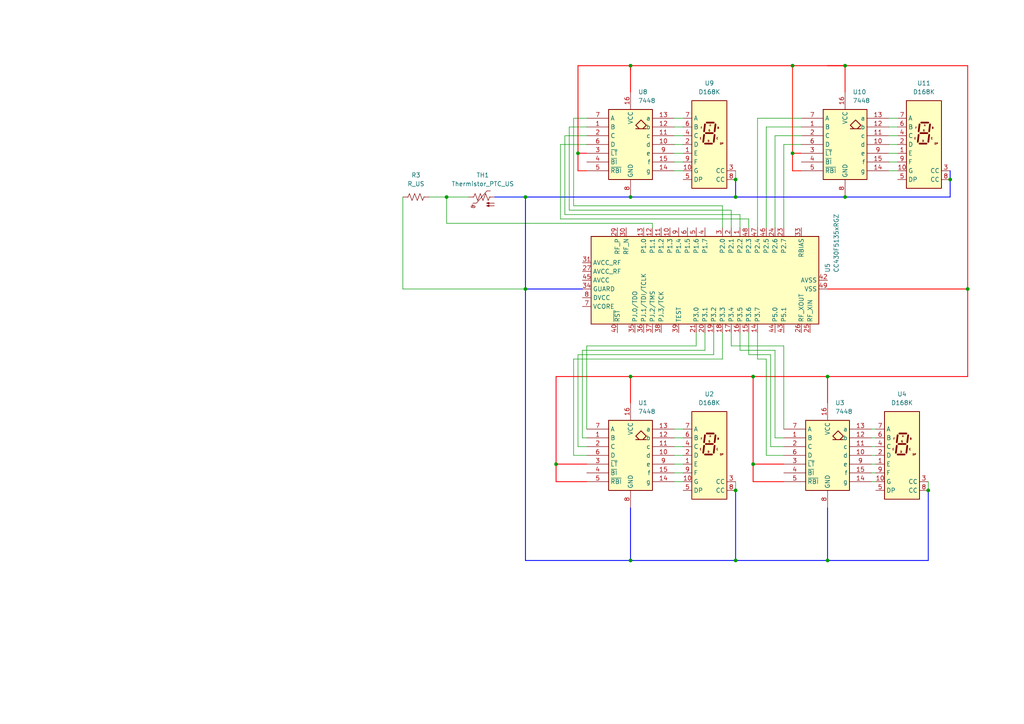
<source format=kicad_sch>
(kicad_sch (version 20231120) (generator "eeschema") (generator_version "8.0")
  (paper "A4")
  (lib_symbols
    (symbol "74xx_IEEE:7448"
      (property "Reference" "U" (at 6.35 11.43 0))
      (property "Value" "7448" (at 8.89 -11.43 0))
      (symbol "7448_0_0"
        (rectangle (start -6.35 10.16) (end 6.35 -10.16) (stroke (width 0.254)) (fill (type background)))
        (polyline (pts (xy 3.556 4.572) (xy 4.572 5.588) (xy 3.048 7.112) (xy 1.524 5.588) (xy 2.54 4.572) (xy 1.524 4.572) (xy 4.572 4.572) (xy 4.572 4.572)) (stroke (width 0.254)) (fill (type background)))
        (pin power_in line (at 0 15.24 270) (length 5.08) (name "VCC") (number "16"))
        (pin power_in line (at 0 -15.24 90) (length 5.08) (name "GND") (number "8"))
      )
      (symbol "7448_1_1"
        (pin input line (at -12.7 5.08 0) (length 6.35) (name "B") (number "1"))
        (pin open_collector line (at 12.7 0 180) (length 6.35) (name "d") (number "10"))
        (pin open_collector line (at 12.7 2.54 180) (length 6.35) (name "c") (number "11"))
        (pin open_collector line (at 12.7 5.08 180) (length 6.35) (name "b") (number "12"))
        (pin open_collector line (at 12.7 7.62 180) (length 6.35) (name "a") (number "13"))
        (pin open_collector line (at 12.7 -7.62 180) (length 6.35) (name "g") (number "14"))
        (pin open_collector line (at 12.7 -5.08 180) (length 6.35) (name "f") (number "15"))
        (pin input line (at -12.7 2.54 0) (length 6.35) (name "C") (number "2"))
        (pin input line (at -12.7 -2.54 0) (length 6.35) (name "~{LT}") (number "3"))
        (pin input line (at -12.7 -5.08 0) (length 6.35) (name "~{BI}") (number "4"))
        (pin input line (at -12.7 -7.62 0) (length 6.35) (name "~{RBI}") (number "5"))
        (pin input line (at -12.7 0 0) (length 6.35) (name "D") (number "6"))
        (pin input line (at -12.7 7.62 0) (length 6.35) (name "A") (number "7"))
        (pin open_collector line (at 12.7 -2.54 180) (length 6.35) (name "e") (number "9"))
      )
    )
    (symbol "Device:R_US" (pin_numbers hide) (pin_names (offset 0))
      (property "Reference" "R" (at 2.54 0 90))
      (property "Value" "R_US" (at -2.54 0 90))
      (symbol "R_US_0_1"
        (polyline (pts (xy 0 -2.286) (xy 0 -2.54)))
        (polyline (pts (xy 0 2.286) (xy 0 2.54)))
        (polyline (pts (xy 0 -0.762) (xy 1.016 -1.143) (xy 0 -1.524) (xy -1.016 -1.905) (xy 0 -2.286)))
        (polyline (pts (xy 0 0.762) (xy 1.016 0.381) (xy 0 0) (xy -1.016 -0.381) (xy 0 -0.762)))
        (polyline (pts (xy 0 2.286) (xy 1.016 1.905) (xy 0 1.524) (xy -1.016 1.143) (xy 0 0.762)))
      )
      (symbol "R_US_1_1"
        (pin passive line (at 0 3.81 270) (length 1.27) (name "~") (number "1"))
        (pin passive line (at 0 -3.81 90) (length 1.27) (name "~") (number "2"))
      )
    )
    (symbol "Device:Thermistor_PTC_US" (pin_numbers hide) (pin_names (offset 0))
      (property "Reference" "TH" (at -4.064 0 90))
      (property "Value" "Thermistor_PTC_US" (at 3.048 0 90))
      (symbol "Thermistor_PTC_US_0_1"
        (arc (start -3.048 2.159) (mid -3.0495 2.3143) (end -3.175 2.413))
        (arc (start -3.048 2.159) (mid -2.9736 1.9794) (end -2.794 1.905))
        (arc (start -3.048 2.794) (mid -2.9736 2.6144) (end -2.794 2.54))
        (arc (start -2.794 1.905) (mid -2.6144 1.9794) (end -2.54 2.159))
        (arc (start -2.794 2.54) (mid -2.4393 2.5587) (end -2.159 2.794))
        (arc (start -2.794 3.048) (mid -2.9736 2.9736) (end -3.048 2.794))
        (arc (start -2.54 2.794) (mid -2.6144 2.9736) (end -2.794 3.048))
        (polyline (pts (xy -2.54 2.159) (xy -2.54 2.794)))
        (polyline (pts (xy 0 -2.286) (xy 0 -2.54)))
        (polyline (pts (xy 0 2.286) (xy 0 2.54)))
        (polyline (pts (xy -1.778 2.54) (xy -1.778 1.524) (xy 1.778 -1.524) (xy 1.778 -2.54)))
        (polyline (pts (xy 0 -0.762) (xy 1.016 -1.143) (xy 0 -1.524) (xy -1.016 -1.905) (xy 0 -2.286)))
        (polyline (pts (xy 0 0.762) (xy 1.016 0.381) (xy 0 0) (xy -1.016 -0.381) (xy 0 -0.762)))
        (polyline (pts (xy 0 2.286) (xy 1.016 1.905) (xy 0 1.524) (xy -1.016 1.143) (xy 0 0.762)))
        (polyline (pts (xy -2.54 -3.683) (xy -2.54 -1.397) (xy -2.794 -2.159) (xy -2.286 -2.159) (xy -2.54 -1.397) (xy -2.54 -1.651)) (fill (type outline)))
        (polyline (pts (xy -1.778 -3.683) (xy -1.778 -1.397) (xy -2.032 -2.159) (xy -1.524 -2.159) (xy -1.778 -1.397) (xy -1.778 -1.651)) (fill (type outline)))
      )
      (symbol "Thermistor_PTC_US_1_1"
        (pin passive line (at 0 3.81 270) (length 1.27) (name "~") (number "1"))
        (pin passive line (at 0 -3.81 90) (length 1.27) (name "~") (number "2"))
      )
    )
    (symbol "Display_Character:D168K"
      (property "Reference" "U" (at -2.54 13.97 0))
      (property "Value" "D168K" (at 1.27 13.97 0))
      (symbol "D168K_0_0"
        (text "A" (at 0.254 5.588 0) (effects (font (size 0.508 0.508))))
        (text "B" (at 2.54 4.826 0) (effects (font (size 0.508 0.508))))
        (text "C" (at 2.286 1.778 0) (effects (font (size 0.508 0.508))))
        (text "D" (at -0.254 1.016 0) (effects (font (size 0.508 0.508))))
        (text "DP" (at 3.556 0.254 0) (effects (font (size 0.508 0.508))))
        (text "E" (at -2.54 1.778 0) (effects (font (size 0.508 0.508))))
        (text "F" (at -2.286 4.826 0) (effects (font (size 0.508 0.508))))
        (text "G" (at 0 4.064 0) (effects (font (size 0.508 0.508))))
      )
      (symbol "D168K_0_1"
        (rectangle (start -5.08 12.7) (end 5.08 -12.7) (stroke (width 0.254)) (fill (type background)))
        (polyline (pts (xy -1.524 2.794) (xy -1.778 0.762)) (stroke (width 0.508)))
        (polyline (pts (xy -1.27 0.254) (xy 0.762 0.254)) (stroke (width 0.508)))
        (polyline (pts (xy -1.27 5.842) (xy -1.524 3.81)) (stroke (width 0.508)))
        (polyline (pts (xy -1.016 3.302) (xy 1.016 3.302)) (stroke (width 0.508)))
        (polyline (pts (xy -0.762 6.35) (xy 1.27 6.35)) (stroke (width 0.508)))
        (polyline (pts (xy 1.524 2.794) (xy 1.27 0.762)) (stroke (width 0.508)))
        (polyline (pts (xy 1.778 5.842) (xy 1.524 3.81)) (stroke (width 0.508)))
        (polyline (pts (xy 2.54 0.254) (xy 2.54 0.254)) (stroke (width 0.508)))
      )
      (symbol "D168K_1_1"
        (pin input line (at -7.62 -2.54 0) (length 2.54) (name "E") (number "1"))
        (pin input line (at -7.62 -7.62 0) (length 2.54) (name "G") (number "10"))
        (pin input line (at -7.62 0 0) (length 2.54) (name "D") (number "2"))
        (pin input line (at 7.62 -7.62 180) (length 2.54) (name "CC") (number "3"))
        (pin input line (at -7.62 2.54 0) (length 2.54) (name "C") (number "4"))
        (pin input line (at -7.62 -10.16 0) (length 2.54) (name "DP") (number "5"))
        (pin input line (at -7.62 5.08 0) (length 2.54) (name "B") (number "6"))
        (pin input line (at -7.62 7.62 0) (length 2.54) (name "A") (number "7"))
        (pin input line (at 7.62 -10.16 180) (length 2.54) (name "CC") (number "8"))
        (pin input line (at -7.62 -5.08 0) (length 2.54) (name "F") (number "9"))
      )
    )
    (symbol "MCU_Texas_MSP430:CC430F5135xRGZ"
      (property "Reference" "U" (at -11.43 34.29 0))
      (property "Value" "CC430F5135xRGZ" (at 13.97 34.29 0))
      (symbol "CC430F5135xRGZ_0_1"
        (rectangle (start -12.7 33.02) (end 12.7 -33.02) (stroke (width 0.254)) (fill (type background)))
      )
      (symbol "CC430F5135xRGZ_1_1"
        (pin bidirectional line (at 15.24 -10.16 180) (length 2.54) (name "P2.2") (number "1"))
        (pin bidirectional line (at 15.24 10.16 180) (length 2.54) (name "P1.3") (number "10"))
        (pin bidirectional line (at 15.24 12.7 180) (length 2.54) (name "P1.2") (number "11"))
        (pin bidirectional line (at 15.24 15.24 180) (length 2.54) (name "P1.1") (number "12"))
        (pin bidirectional line (at 15.24 17.78 180) (length 2.54) (name "P1.0") (number "13"))
        (pin bidirectional line (at -15.24 -15.24 0) (length 2.54) (name "P3.7") (number "14"))
        (pin bidirectional line (at -15.24 -12.7 0) (length 2.54) (name "P3.6") (number "15"))
        (pin bidirectional line (at -15.24 -10.16 0) (length 2.54) (name "P3.5") (number "16"))
        (pin bidirectional line (at -15.24 -7.62 0) (length 2.54) (name "P3.4") (number "17"))
        (pin bidirectional line (at -15.24 -5.08 0) (length 2.54) (name "P3.3") (number "18"))
        (pin bidirectional line (at -15.24 -2.54 0) (length 2.54) (name "P3.2") (number "19"))
        (pin bidirectional line (at 15.24 -7.62 180) (length 2.54) (name "P2.1") (number "2"))
        (pin bidirectional line (at -15.24 0 0) (length 2.54) (name "P3.1") (number "20"))
        (pin bidirectional line (at -15.24 2.54 0) (length 2.54) (name "P3.0") (number "21"))
        (pin passive line (at -5.08 35.56 270) (length 2.54) hide (name "DVCC") (number "22"))
        (pin bidirectional line (at 15.24 -22.86 180) (length 2.54) (name "P2.7") (number "23"))
        (pin bidirectional line (at 15.24 -20.32 180) (length 2.54) (name "P2.6") (number "24"))
        (pin input line (at -15.24 -30.48 0) (length 2.54) (name "RF_XIN") (number "25"))
        (pin output line (at -15.24 -27.94 0) (length 2.54) (name "RF_XOUT") (number "26"))
        (pin power_in line (at 2.54 35.56 270) (length 2.54) (name "AVCC_RF") (number "27"))
        (pin passive line (at 2.54 35.56 270) (length 2.54) hide (name "AVCC_RF") (number "28"))
        (pin passive line (at 15.24 25.4 180) (length 2.54) (name "RF_P") (number "29"))
        (pin bidirectional line (at 15.24 -5.08 180) (length 2.54) (name "P2.0") (number "3"))
        (pin passive line (at 15.24 22.86 180) (length 2.54) (name "RF_N") (number "30"))
        (pin power_in line (at 5.08 35.56 270) (length 2.54) (name "AVCC_RF") (number "31"))
        (pin passive line (at 5.08 35.56 270) (length 2.54) hide (name "AVCC_RF") (number "32"))
        (pin passive line (at 15.24 -27.94 180) (length 2.54) (name "RBIAS") (number "33"))
        (pin power_in line (at -2.54 35.56 270) (length 2.54) (name "GUARD") (number "34"))
        (pin bidirectional line (at -15.24 20.32 0) (length 2.54) (name "PJ.0/TDO") (number "35"))
        (pin bidirectional line (at -15.24 17.78 0) (length 2.54) (name "PJ.1/TDI/TCLK") (number "36"))
        (pin bidirectional line (at -15.24 15.24 0) (length 2.54) (name "PJ.2/TMS") (number "37"))
        (pin bidirectional line (at -15.24 12.7 0) (length 2.54) (name "PJ.3/TCK") (number "38"))
        (pin bidirectional line (at -15.24 7.62 0) (length 2.54) (name "TEST") (number "39"))
        (pin bidirectional line (at 15.24 0 180) (length 2.54) (name "P1.7") (number "4"))
        (pin input line (at -15.24 25.4 0) (length 2.54) (name "~{RST}") (number "40"))
        (pin passive line (at -5.08 35.56 270) (length 2.54) hide (name "DVCC") (number "41"))
        (pin power_in line (at 0 -35.56 90) (length 2.54) (name "AVSS") (number "42"))
        (pin bidirectional line (at -15.24 -22.86 0) (length 2.54) (name "P5.1") (number "43"))
        (pin bidirectional line (at -15.24 -20.32 0) (length 2.54) (name "P5.0") (number "44"))
        (pin power_in line (at 0 35.56 270) (length 2.54) (name "AVCC") (number "45"))
        (pin bidirectional line (at 15.24 -17.78 180) (length 2.54) (name "P2.5") (number "46"))
        (pin bidirectional line (at 15.24 -15.24 180) (length 2.54) (name "P2.4") (number "47"))
        (pin bidirectional line (at 15.24 -12.7 180) (length 2.54) (name "P2.3") (number "48"))
        (pin power_in line (at -2.54 -35.56 90) (length 2.54) (name "VSS") (number "49"))
        (pin bidirectional line (at 15.24 2.54 180) (length 2.54) (name "P1.6") (number "5"))
        (pin bidirectional line (at 15.24 5.08 180) (length 2.54) (name "P1.5") (number "6"))
        (pin power_in line (at -7.62 35.56 270) (length 2.54) (name "VCORE") (number "7"))
        (pin power_in line (at -5.08 35.56 270) (length 2.54) (name "DVCC") (number "8"))
        (pin bidirectional line (at 15.24 7.62 180) (length 2.54) (name "P1.4") (number "9"))
      )
    )
  )
  (junction (at 213.36 57.15))
  (junction (at 229.87 19.05))
  (junction (at 280.67 83.82))
  (junction (at 240.03 109.22))
  (junction (at 167.64 44.45))
  (junction (at 213.36 162.56))
  (junction (at 161.29 134.62))
  (junction (at 129.54 57.15))
  (junction (at 245.11 57.15))
  (junction (at 182.88 19.05))
  (junction (at 182.88 109.22))
  (junction (at 152.4 83.82))
  (junction (at 182.88 162.56))
  (junction (at 218.44 134.62))
  (junction (at 240.03 162.56))
  (junction (at 152.4 57.15))
  (junction (at 229.87 44.45))
  (junction (at 213.36 142.24))
  (junction (at 269.24 142.24))
  (junction (at 182.88 57.15))
  (junction (at 213.36 52.07))
  (junction (at 218.44 109.22))
  (junction (at 275.59 52.07))
  (junction (at 245.11 19.05))
  (wire (pts (xy 224.79 101.6) (xy 224.79 127)))
  (wire (pts (xy 195.58 124.46) (xy 198.12 124.46)))
  (wire (pts (xy 166.37 132.08) (xy 170.18 132.08)))
  (wire (pts (xy 257.81 41.91) (xy 260.35 41.91)))
  (wire (pts (xy 213.36 49.53) (xy 213.36 52.07)))
  (wire (pts (xy 227.33 139.7) (xy 218.44 139.7)) (stroke (width 0.254) (color 255 2 0 1)))
  (wire (pts (xy 170.18 49.53) (xy 167.64 49.53)) (stroke (width 0.254) (color 255 22 0 1)))
  (wire (pts (xy 195.58 129.54) (xy 198.12 129.54)))
  (wire (pts (xy 252.73 132.08) (xy 254 132.08)))
  (wire (pts (xy 257.81 36.83) (xy 260.35 36.83)))
  (wire (pts (xy 209.55 96.52) (xy 209.55 104.14)))
  (wire (pts (xy 212.09 100.33) (xy 227.33 100.33)))
  (wire (pts (xy 219.71 104.14) (xy 222.25 104.14)))
  (wire (pts (xy 167.64 44.45) (xy 167.64 19.05)) (stroke (width 0.254) (color 255 0 0 1)))
  (wire (pts (xy 257.81 44.45) (xy 260.35 44.45)))
  (wire (pts (xy 257.81 34.29) (xy 260.35 34.29)))
  (wire (pts (xy 252.73 139.7) (xy 254 139.7)))
  (wire (pts (xy 240.03 147.32) (xy 240.03 162.56)) (stroke (width 0.254) (color 3 9 255 1)))
  (wire (pts (xy 214.63 101.6) (xy 224.79 101.6)))
  (wire (pts (xy 252.73 134.62) (xy 254 134.62)))
  (wire (pts (xy 167.64 19.05) (xy 182.88 19.05)) (stroke (width 0.254) (color 255 0 2 1)))
  (wire (pts (xy 213.36 57.15) (xy 245.11 57.15)) (stroke (width 0.254) (color 7 0 255 1)))
  (wire (pts (xy 245.11 19.05) (xy 240.03 19.05)) (stroke (width 0.254) (color 255 7 0 1)))
  (wire (pts (xy 195.58 44.45) (xy 198.12 44.45)))
  (wire (pts (xy 152.4 162.56) (xy 152.4 83.82)) (stroke (width 0.254) (color 2 6 255 1)))
  (wire (pts (xy 195.58 134.62) (xy 198.12 134.62)))
  (wire (pts (xy 152.4 162.56) (xy 182.88 162.56)) (stroke (width 0.254) (color 2 6 255 1)))
  (wire (pts (xy 257.81 49.53) (xy 260.35 49.53)))
  (wire (pts (xy 162.56 63.5) (xy 217.17 63.5)))
  (wire (pts (xy 166.37 34.29) (xy 166.37 59.69)))
  (wire (pts (xy 227.33 41.91) (xy 227.33 66.04)))
  (wire (pts (xy 170.18 100.33) (xy 170.18 124.46)))
  (wire (pts (xy 195.58 46.99) (xy 198.12 46.99)))
  (wire (pts (xy 170.18 41.91) (xy 162.56 41.91)))
  (wire (pts (xy 161.29 109.22) (xy 182.88 109.22)) (stroke (width 0.254) (color 255 2 0 1)))
  (wire (pts (xy 280.67 19.05) (xy 280.67 83.82)) (stroke (width 0.254) (color 255 6 0 1)))
  (wire (pts (xy 204.47 96.52) (xy 204.47 101.6)))
  (wire (pts (xy 162.56 41.91) (xy 162.56 63.5)))
  (wire (pts (xy 217.17 63.5) (xy 217.17 66.04)))
  (wire (pts (xy 232.41 41.91) (xy 227.33 41.91)))
  (wire (pts (xy 223.52 129.54) (xy 227.33 129.54)))
  (wire (pts (xy 168.91 127) (xy 170.18 127)))
  (wire (pts (xy 182.88 109.22) (xy 218.44 109.22)) (stroke (width 0.254) (color 255 0 6 1)))
  (wire (pts (xy 209.55 59.69) (xy 209.55 66.04)))
  (wire (pts (xy 214.63 62.23) (xy 214.63 66.04)))
  (wire (pts (xy 129.54 57.15) (xy 129.54 64.77)))
  (wire (pts (xy 182.88 162.56) (xy 213.36 162.56)) (stroke (width 0.254) (color 6 7 255 1)))
  (wire (pts (xy 152.4 57.15) (xy 182.88 57.15)) (stroke (width 0.254) (color 0 11 255 1)))
  (wire (pts (xy 245.11 19.05) (xy 245.11 26.67)) (stroke (width 0.254) (color 255 7 0 1)))
  (wire (pts (xy 195.58 34.29) (xy 198.12 34.29)))
  (wire (pts (xy 212.09 96.52) (xy 212.09 100.33)))
  (wire (pts (xy 275.59 49.53) (xy 275.59 52.07)) (stroke (width 0.254) (color 0 8 255 1)))
  (wire (pts (xy 161.29 109.22) (xy 161.29 134.62)) (stroke (width 0.254) (color 255 0 15 1)))
  (wire (pts (xy 245.11 57.15) (xy 275.59 57.15)) (stroke (width 0.254) (color 0 14 255 1)))
  (wire (pts (xy 275.59 52.07) (xy 275.59 57.15)) (stroke (width 0.254) (color 3 5 255 1)))
  (wire (pts (xy 232.41 34.29) (xy 219.71 34.29)))
  (wire (pts (xy 229.87 49.53) (xy 229.87 44.45)) (stroke (width 0.254) (color 255 17 0 1)))
  (wire (pts (xy 166.37 59.69) (xy 209.55 59.69)))
  (wire (pts (xy 218.44 109.22) (xy 240.03 109.22)) (stroke (width 0.254) (color 255 4 0 1)))
  (wire (pts (xy 229.87 19.05) (xy 245.11 19.05)) (stroke (width 0.254) (color 255 0 0 1)))
  (wire (pts (xy 213.36 52.07) (xy 213.36 57.15)) (stroke (width 0.254) (color 0 11 255 1)))
  (wire (pts (xy 189.23 64.77) (xy 129.54 64.77)))
  (wire (pts (xy 182.88 57.15) (xy 213.36 57.15)) (stroke (width 0.254) (color 0 25 255 1)))
  (wire (pts (xy 269.24 139.7) (xy 269.24 142.24)))
  (wire (pts (xy 195.58 127) (xy 198.12 127)))
  (wire (pts (xy 170.18 36.83) (xy 165.1 36.83)))
  (wire (pts (xy 245.11 19.05) (xy 280.67 19.05)) (stroke (width 0.254) (color 255 0 0 1)))
  (wire (pts (xy 232.41 49.53) (xy 229.87 49.53)) (stroke (width 0.254) (color 255 17 0 1)))
  (wire (pts (xy 213.36 162.56) (xy 240.03 162.56)) (stroke (width 0.254) (color 3 12 255 1)))
  (wire (pts (xy 201.93 96.52) (xy 201.93 100.33)))
  (wire (pts (xy 224.79 39.37) (xy 224.79 66.04)))
  (wire (pts (xy 217.17 102.87) (xy 223.52 102.87)))
  (wire (pts (xy 195.58 49.53) (xy 198.12 49.53)))
  (wire (pts (xy 182.88 116.84) (xy 182.88 109.22)) (stroke (width 0.254) (color 255 0 0 1)))
  (wire (pts (xy 195.58 36.83) (xy 198.12 36.83)))
  (wire (pts (xy 195.58 137.16) (xy 198.12 137.16)))
  (wire (pts (xy 219.71 34.29) (xy 219.71 66.04)))
  (wire (pts (xy 167.64 49.53) (xy 167.64 44.45)) (stroke (width 0.254) (color 255 0 21 1)))
  (wire (pts (xy 219.71 96.52) (xy 219.71 104.14)))
  (wire (pts (xy 240.03 83.82) (xy 280.67 83.82)) (stroke (width 0.254) (color 255 6 0 1)))
  (wire (pts (xy 182.88 19.05) (xy 229.87 19.05)) (stroke (width 0.254) (color 255 0 0 1)))
  (wire (pts (xy 168.91 101.6) (xy 168.91 127)))
  (wire (pts (xy 240.03 162.56) (xy 269.24 162.56)) (stroke (width 0.254) (color 6 0 255 1)))
  (wire (pts (xy 124.46 57.15) (xy 129.54 57.15)))
  (wire (pts (xy 232.41 39.37) (xy 224.79 39.37)))
  (wire (pts (xy 257.81 39.37) (xy 260.35 39.37)))
  (wire (pts (xy 116.84 83.82) (xy 152.4 83.82)))
  (wire (pts (xy 195.58 132.08) (xy 198.12 132.08)))
  (wire (pts (xy 269.24 142.24) (xy 269.24 162.56)) (stroke (width 0.254) (color 0 15 255 1)))
  (wire (pts (xy 227.33 100.33) (xy 227.33 124.46)))
  (wire (pts (xy 252.73 127) (xy 254 127)))
  (wire (pts (xy 204.47 101.6) (xy 168.91 101.6)))
  (wire (pts (xy 195.58 139.7) (xy 198.12 139.7)))
  (wire (pts (xy 195.58 41.91) (xy 198.12 41.91)))
  (wire (pts (xy 195.58 39.37) (xy 198.12 39.37)))
  (wire (pts (xy 214.63 96.52) (xy 214.63 101.6)))
  (wire (pts (xy 232.41 36.83) (xy 222.25 36.83)))
  (wire (pts (xy 167.64 102.87) (xy 167.64 129.54)))
  (wire (pts (xy 167.64 129.54) (xy 170.18 129.54)))
  (wire (pts (xy 218.44 139.7) (xy 218.44 134.62)) (stroke (width 0.254) (color 255 0 2 1)))
  (wire (pts (xy 227.33 134.62) (xy 218.44 134.62)) (stroke (width 0.254) (color 255 0 2 1)))
  (wire (pts (xy 182.88 19.05) (xy 182.88 20.32)) (stroke (width 0.254) (color 255 0 0 1)))
  (wire (pts (xy 201.93 100.33) (xy 170.18 100.33)))
  (wire (pts (xy 116.84 57.15) (xy 116.84 83.82)))
  (wire (pts (xy 170.18 39.37) (xy 163.83 39.37)))
  (wire (pts (xy 223.52 102.87) (xy 223.52 129.54)))
  (wire (pts (xy 240.03 109.22) (xy 240.03 116.84)) (stroke (width 0.254) (color 255 0 0 1)))
  (wire (pts (xy 152.4 83.82) (xy 168.91 83.82)) (stroke (width 0.254) (color 0 7 255 1)))
  (wire (pts (xy 165.1 60.96) (xy 212.09 60.96)))
  (wire (pts (xy 280.67 83.82) (xy 280.67 109.22)) (stroke (width 0.254) (color 255 0 6 1)))
  (wire (pts (xy 224.79 127) (xy 227.33 127)))
  (wire (pts (xy 163.83 39.37) (xy 163.83 62.23)))
  (wire (pts (xy 222.25 132.08) (xy 227.33 132.08)))
  (wire (pts (xy 217.17 96.52) (xy 217.17 102.87)))
  (wire (pts (xy 218.44 134.62) (xy 218.44 109.22)) (stroke (width 0.254) (color 255 0 9 1)))
  (wire (pts (xy 222.25 36.83) (xy 222.25 66.04)))
  (wire (pts (xy 163.83 62.23) (xy 214.63 62.23)))
  (wire (pts (xy 161.29 134.62) (xy 170.18 134.62)) (stroke (width 0.254) (color 255 0 9 1)))
  (wire (pts (xy 189.23 66.04) (xy 189.23 64.77)))
  (wire (pts (xy 207.01 96.52) (xy 207.01 102.87)))
  (wire (pts (xy 182.88 147.32) (xy 182.88 162.56)) (stroke (width 0.254) (color 0 0 255 1)))
  (wire (pts (xy 161.29 139.7) (xy 161.29 134.62)) (stroke (width 0.254) (color 255 0 9 1)))
  (wire (pts (xy 182.88 19.05) (xy 182.88 26.67)) (stroke (width 0.254) (color 255 2 0 1)))
  (wire (pts (xy 280.67 109.22) (xy 240.03 109.22)) (stroke (width 0.254) (color 255 0 6 1)))
  (wire (pts (xy 165.1 36.83) (xy 165.1 60.96)))
  (wire (pts (xy 213.36 139.7) (xy 213.36 142.24)))
  (wire (pts (xy 129.54 57.15) (xy 135.89 57.15)))
  (wire (pts (xy 257.81 46.99) (xy 260.35 46.99)))
  (wire (pts (xy 232.41 44.45) (xy 229.87 44.45)) (stroke (width 0.254) (color 255 11 0 1)))
  (wire (pts (xy 222.25 104.14) (xy 222.25 132.08)))
  (wire (pts (xy 170.18 139.7) (xy 161.29 139.7)) (stroke (width 0.254) (color 255 0 2 1)))
  (wire (pts (xy 252.73 129.54) (xy 254 129.54)))
  (wire (pts (xy 170.18 44.45) (xy 167.64 44.45)) (stroke (width 0.254) (color 255 0 34 1)))
  (wire (pts (xy 209.55 104.14) (xy 166.37 104.14)))
  (wire (pts (xy 252.73 124.46) (xy 254 124.46)))
  (wire (pts (xy 212.09 60.96) (xy 212.09 66.04)))
  (wire (pts (xy 143.51 57.15) (xy 152.4 57.15)) (stroke (width 0.254) (color 0 32 255 1)))
  (wire (pts (xy 152.4 57.15) (xy 152.4 83.82)) (stroke (width 0.254) (color 0 3 255 1)))
  (wire (pts (xy 166.37 104.14) (xy 166.37 132.08)))
  (wire (pts (xy 229.87 44.45) (xy 229.87 19.05)) (stroke (width 0.254) (color 255 28 0 1)))
  (wire (pts (xy 213.36 142.24) (xy 213.36 162.56)) (stroke (width 0.254) (color 0 14 255 1)))
  (wire (pts (xy 170.18 34.29) (xy 166.37 34.29)))
  (wire (pts (xy 252.73 137.16) (xy 254 137.16)))
  (wire (pts (xy 207.01 102.87) (xy 167.64 102.87)))
  (symbol (lib_id "MCU_Texas_MSP430:CC430F5135xRGZ") (at 204.47 81.28 90) (unit 1)
    (property "Reference" "U5" (at 240.03 79.0859 0) (effects (justify left)))
    (property "Value" "CC430F5135xRGZ" (at 242.57 79.0859 0) (effects (justify left)))
    (property "Footprint" "Package_DFN_QFN:VQFN-48-1EP_7x7mm_P0.5mm_EP4.1x4.1mm_ThermalVias" (effects (hide yes)))
    (property "Datasheet" "http://www.ti.com/lit/ds/symlink/cc430f5137.pdf" (effects (hide yes)))
    (property "Description" "16KB Flash, 2KB RAM, MSP430 core with integrated CC1101 radio transceiver, VQFN-48" (effects (hide yes)))
  )
  (symbol (lib_id "74xx_IEEE:7448") (at 182.88 132.08 0) (unit 1)
    (property "Reference" "U1" (at 185.0741 116.84 0) (effects (justify left)))
    (property "Value" "7448" (at 185.0741 119.38 0) (effects (justify left)))
  )
  (symbol (lib_id "Display_Character:D168K") (at 267.97 41.91 0) (unit 1)
    (property "Reference" "U11" (at 267.97 24.13 0))
    (property "Value" "D168K" (at 267.97 26.67 0))
    (property "Footprint" "Display_7Segment:D1X8K" (effects (hide yes)))
    (property "Datasheet" "https://ia800903.us.archive.org/24/items/CTKD1x8K/Cromatek%20D168K.pdf" (effects (hide yes)))
    (property "Description" "One digit 7 segment ultra bright red LED, low current, common cathode" (effects (hide yes)))
  )
  (symbol (lib_id "Display_Character:D168K") (at 205.74 41.91 0) (unit 1)
    (property "Reference" "U9" (at 205.74 24.13 0))
    (property "Value" "D168K" (at 205.74 26.67 0))
    (property "Footprint" "Display_7Segment:D1X8K" (effects (hide yes)))
    (property "Datasheet" "https://ia800903.us.archive.org/24/items/CTKD1x8K/Cromatek%20D168K.pdf" (effects (hide yes)))
    (property "Description" "One digit 7 segment ultra bright red LED, low current, common cathode" (effects (hide yes)))
  )
  (symbol (lib_id "Display_Character:D168K") (at 205.74 132.08 0) (unit 1)
    (property "Reference" "U2" (at 205.74 114.3 0))
    (property "Value" "D168K" (at 205.74 116.84 0))
    (property "Footprint" "Display_7Segment:D1X8K" (effects (hide yes)))
    (property "Datasheet" "https://ia800903.us.archive.org/24/items/CTKD1x8K/Cromatek%20D168K.pdf" (effects (hide yes)))
    (property "Description" "One digit 7 segment ultra bright red LED, low current, common cathode" (effects (hide yes)))
  )
  (symbol (lib_id "74xx_IEEE:7448") (at 240.03 132.08 0) (unit 1)
    (property "Reference" "U3" (at 242.2241 116.84 0) (effects (justify left)))
    (property "Value" "7448" (at 242.2241 119.38 0) (effects (justify left)))
  )
  (symbol (lib_id "Device:R_US") (at 120.65 57.15 90) (unit 1)
    (property "Reference" "R3" (at 120.65 50.8 90))
    (property "Value" "R_US" (at 120.65 53.34 90))
    (property "Description" "Resistor, US symbol" (effects (hide yes)))
  )
  (symbol (lib_id "Display_Character:D168K") (at 261.62 132.08 0) (unit 1)
    (property "Reference" "U4" (at 261.62 114.3 0))
    (property "Value" "D168K" (at 261.62 116.84 0))
    (property "Footprint" "Display_7Segment:D1X8K" (effects (hide yes)))
    (property "Datasheet" "https://ia800903.us.archive.org/24/items/CTKD1x8K/Cromatek%20D168K.pdf" (effects (hide yes)))
    (property "Description" "One digit 7 segment ultra bright red LED, low current, common cathode" (effects (hide yes)))
  )
  (symbol (lib_id "74xx_IEEE:7448") (at 245.11 41.91 0) (unit 1)
    (property "Reference" "U10" (at 247.3041 26.67 0) (effects (justify left)))
    (property "Value" "7448" (at 247.3041 29.21 0) (effects (justify left)))
  )
  (symbol (lib_id "74xx_IEEE:7448") (at 182.88 41.91 0) (unit 1)
    (property "Reference" "U8" (at 185.0741 26.67 0) (effects (justify left)))
    (property "Value" "7448" (at 185.0741 29.21 0) (effects (justify left)))
  )
  (symbol (lib_id "Device:Thermistor_PTC_US") (at 139.7 57.15 90) (unit 1)
    (property "Reference" "TH1" (at 140.0175 50.8 90))
    (property "Value" "Thermistor_PTC_US" (at 140.0175 53.34 90))
    (property "Description" "Temperature dependent resistor, positive temperature coefficient, US symbol" (effects (hide yes)))
  )
)
</source>
